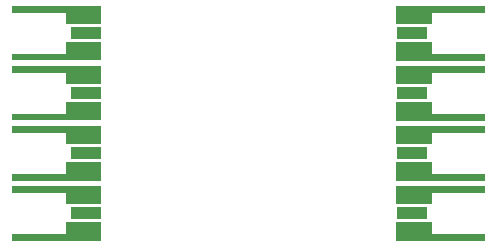
<source format=gbr>
G04 #@! TF.GenerationSoftware,KiCad,Pcbnew,5.1.4*
G04 #@! TF.CreationDate,2023-03-01T06:14:34-07:00*
G04 #@! TF.ProjectId,sleigh,736c6569-6768-42e6-9b69-6361645f7063,rev?*
G04 #@! TF.SameCoordinates,Original*
G04 #@! TF.FileFunction,Paste,Top*
G04 #@! TF.FilePolarity,Positive*
%FSLAX46Y46*%
G04 Gerber Fmt 4.6, Leading zero omitted, Abs format (unit mm)*
G04 Created by KiCad (PCBNEW 5.1.4) date 2023-03-01 06:14:34*
%MOMM*%
%LPD*%
G04 APERTURE LIST*
%ADD10C,1.550000*%
%ADD11C,0.100000*%
%ADD12R,2.600000X1.100000*%
G04 APERTURE END LIST*
D10*
X166406000Y-87923000D03*
D11*
G36*
X164906000Y-87148000D02*
G01*
X172406000Y-87148000D01*
X172406000Y-87698000D01*
X167906000Y-87698000D01*
X167906000Y-88698000D01*
X164906000Y-88698000D01*
X164906000Y-87148000D01*
X164906000Y-87148000D01*
G37*
D10*
X166406000Y-90973000D03*
D11*
G36*
X164906000Y-90198000D02*
G01*
X167906000Y-90198000D01*
X167906000Y-91198000D01*
X172406000Y-91198000D01*
X172406000Y-91748000D01*
X164906000Y-91748000D01*
X164906000Y-90198000D01*
X164906000Y-90198000D01*
G37*
D12*
X166206000Y-89448000D03*
D10*
X166406000Y-82843000D03*
D11*
G36*
X164906000Y-82068000D02*
G01*
X172406000Y-82068000D01*
X172406000Y-82618000D01*
X167906000Y-82618000D01*
X167906000Y-83618000D01*
X164906000Y-83618000D01*
X164906000Y-82068000D01*
X164906000Y-82068000D01*
G37*
D10*
X166406000Y-85893000D03*
D11*
G36*
X164906000Y-85118000D02*
G01*
X167906000Y-85118000D01*
X167906000Y-86118000D01*
X172406000Y-86118000D01*
X172406000Y-86668000D01*
X164906000Y-86668000D01*
X164906000Y-85118000D01*
X164906000Y-85118000D01*
G37*
D12*
X166206000Y-84368000D03*
D10*
X166406000Y-77763000D03*
D11*
G36*
X164906000Y-76988000D02*
G01*
X172406000Y-76988000D01*
X172406000Y-77538000D01*
X167906000Y-77538000D01*
X167906000Y-78538000D01*
X164906000Y-78538000D01*
X164906000Y-76988000D01*
X164906000Y-76988000D01*
G37*
D10*
X166406000Y-80813000D03*
D11*
G36*
X164906000Y-80038000D02*
G01*
X167906000Y-80038000D01*
X167906000Y-81038000D01*
X172406000Y-81038000D01*
X172406000Y-81588000D01*
X164906000Y-81588000D01*
X164906000Y-80038000D01*
X164906000Y-80038000D01*
G37*
D12*
X166206000Y-79288000D03*
D10*
X166406000Y-72683000D03*
D11*
G36*
X164906000Y-71908000D02*
G01*
X172406000Y-71908000D01*
X172406000Y-72458000D01*
X167906000Y-72458000D01*
X167906000Y-73458000D01*
X164906000Y-73458000D01*
X164906000Y-71908000D01*
X164906000Y-71908000D01*
G37*
D10*
X166406000Y-75733000D03*
D11*
G36*
X164906000Y-74958000D02*
G01*
X167906000Y-74958000D01*
X167906000Y-75958000D01*
X172406000Y-75958000D01*
X172406000Y-76508000D01*
X164906000Y-76508000D01*
X164906000Y-74958000D01*
X164906000Y-74958000D01*
G37*
D12*
X166206000Y-74208000D03*
D10*
X138394000Y-75725000D03*
D11*
G36*
X139894000Y-76500000D02*
G01*
X132394000Y-76500000D01*
X132394000Y-75950000D01*
X136894000Y-75950000D01*
X136894000Y-74950000D01*
X139894000Y-74950000D01*
X139894000Y-76500000D01*
X139894000Y-76500000D01*
G37*
D10*
X138394000Y-72675000D03*
D11*
G36*
X139894000Y-73450000D02*
G01*
X136894000Y-73450000D01*
X136894000Y-72450000D01*
X132394000Y-72450000D01*
X132394000Y-71900000D01*
X139894000Y-71900000D01*
X139894000Y-73450000D01*
X139894000Y-73450000D01*
G37*
D12*
X138594000Y-74200000D03*
D10*
X138394000Y-80805000D03*
D11*
G36*
X139894000Y-81580000D02*
G01*
X132394000Y-81580000D01*
X132394000Y-81030000D01*
X136894000Y-81030000D01*
X136894000Y-80030000D01*
X139894000Y-80030000D01*
X139894000Y-81580000D01*
X139894000Y-81580000D01*
G37*
D10*
X138394000Y-77755000D03*
D11*
G36*
X139894000Y-78530000D02*
G01*
X136894000Y-78530000D01*
X136894000Y-77530000D01*
X132394000Y-77530000D01*
X132394000Y-76980000D01*
X139894000Y-76980000D01*
X139894000Y-78530000D01*
X139894000Y-78530000D01*
G37*
D12*
X138594000Y-79280000D03*
D10*
X138394000Y-85893000D03*
D11*
G36*
X139894000Y-86668000D02*
G01*
X132394000Y-86668000D01*
X132394000Y-86118000D01*
X136894000Y-86118000D01*
X136894000Y-85118000D01*
X139894000Y-85118000D01*
X139894000Y-86668000D01*
X139894000Y-86668000D01*
G37*
D10*
X138394000Y-82843000D03*
D11*
G36*
X139894000Y-83618000D02*
G01*
X136894000Y-83618000D01*
X136894000Y-82618000D01*
X132394000Y-82618000D01*
X132394000Y-82068000D01*
X139894000Y-82068000D01*
X139894000Y-83618000D01*
X139894000Y-83618000D01*
G37*
D12*
X138594000Y-84368000D03*
D10*
X138394000Y-90973000D03*
D11*
G36*
X139894000Y-91748000D02*
G01*
X132394000Y-91748000D01*
X132394000Y-91198000D01*
X136894000Y-91198000D01*
X136894000Y-90198000D01*
X139894000Y-90198000D01*
X139894000Y-91748000D01*
X139894000Y-91748000D01*
G37*
D10*
X138394000Y-87923000D03*
D11*
G36*
X139894000Y-88698000D02*
G01*
X136894000Y-88698000D01*
X136894000Y-87698000D01*
X132394000Y-87698000D01*
X132394000Y-87148000D01*
X139894000Y-87148000D01*
X139894000Y-88698000D01*
X139894000Y-88698000D01*
G37*
D12*
X138594000Y-89448000D03*
M02*

</source>
